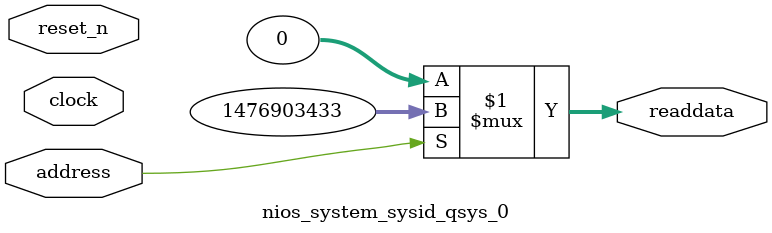
<source format=v>

`timescale 1ns / 1ps
// synthesis translate_on

// turn off superfluous verilog processor warnings 
// altera message_level Level1 
// altera message_off 10034 10035 10036 10037 10230 10240 10030 

module nios_system_sysid_qsys_0 (
               // inputs:
                address,
                clock,
                reset_n,

               // outputs:
                readdata
             )
;

  output  [ 31: 0] readdata;
  input            address;
  input            clock;
  input            reset_n;

  wire    [ 31: 0] readdata;
  //control_slave, which is an e_avalon_slave
  assign readdata = address ? 1476903433 : 0;

endmodule




</source>
